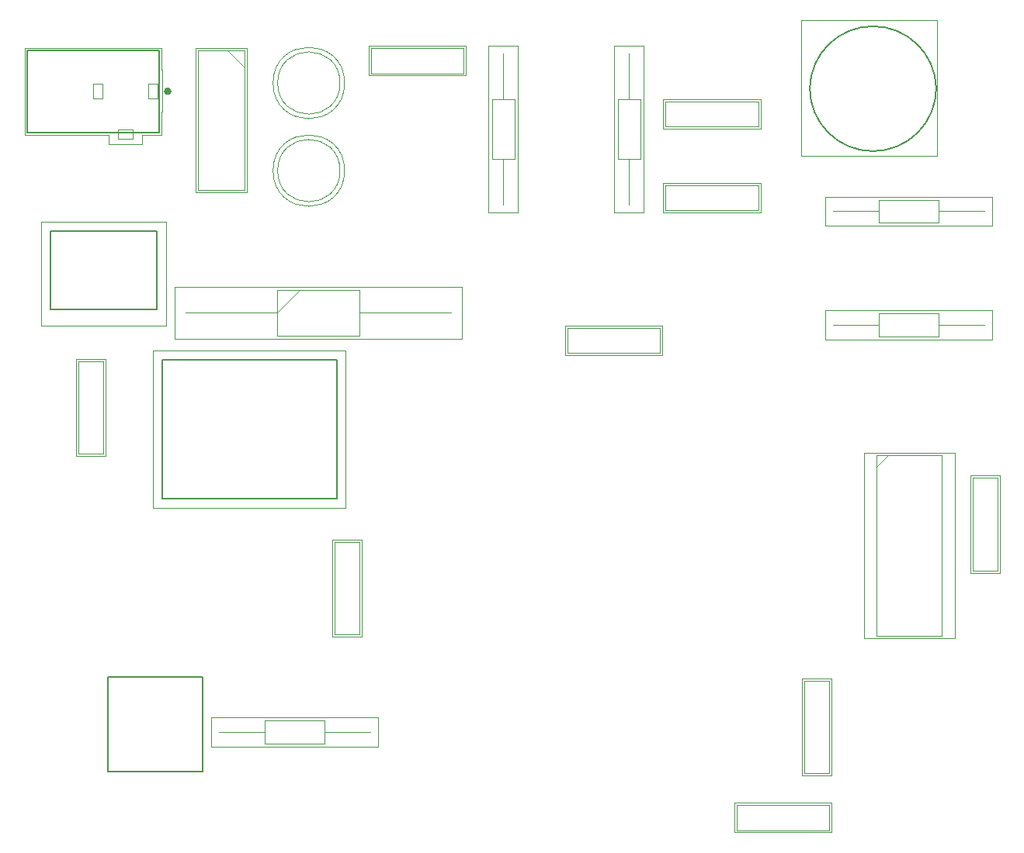
<source format=gbo>
G04*
G04 #@! TF.GenerationSoftware,Altium Limited,Altium Designer,18.0.9 (584)*
G04*
G04 Layer_Color=32896*
%FSLAX44Y44*%
%MOMM*%
G71*
G01*
G75*
%ADD10C,0.2000*%
%ADD11C,0.1000*%
%ADD12C,0.1270*%
%ADD13C,0.4000*%
%ADD16C,0.0001*%
%ADD17C,0.0500*%
D10*
X1112809Y1189800D02*
G03*
X1250709Y1189800I68950J0D01*
G01*
D02*
G03*
X1112809Y1189800I-68950J-1530D01*
G01*
X284970Y948345D02*
X400970D01*
Y1033345D01*
X284970D02*
X400970D01*
X284970Y948345D02*
Y1033345D01*
X347280Y546800D02*
X450280D01*
Y443800D02*
Y546800D01*
X347280Y443800D02*
X450280D01*
X347280D02*
Y546800D01*
X596730Y741430D02*
Y893430D01*
X406730D02*
X596730D01*
X406730Y741430D02*
Y893430D01*
Y741430D02*
X596730D01*
D11*
X600500Y1195260D02*
G03*
X600500Y1195260I-34000J0D01*
G01*
Y1099570D02*
G03*
X600500Y1099570I-34000J0D01*
G01*
X518730Y473910D02*
X583730D01*
X518730D02*
Y498910D01*
X583730D01*
Y473910D02*
Y498910D01*
Y486410D02*
X633730D01*
X468730D02*
X518730D01*
X315310Y891755D02*
X342710D01*
Y790655D02*
Y891755D01*
X315310Y790655D02*
X342710D01*
X315310D02*
Y891755D01*
X1106540Y542645D02*
X1133940D01*
Y441545D02*
Y542645D01*
X1106540Y441545D02*
X1133940D01*
X1106540D02*
Y542645D01*
X848215Y900700D02*
Y928100D01*
X949315D01*
Y900700D02*
Y928100D01*
X848215Y900700D02*
X949315D01*
X594630Y593340D02*
X622030D01*
X594630D02*
Y694440D01*
X622030D01*
Y593340D02*
Y694440D01*
X735160Y1205845D02*
Y1233245D01*
X634060Y1205845D02*
X735160D01*
X634060D02*
Y1233245D01*
X735160D01*
X1056724Y1147685D02*
Y1175085D01*
X955624Y1147685D02*
X1056724D01*
X955624D02*
Y1175085D01*
X1056724D01*
Y1056245D02*
Y1083645D01*
X955624Y1056245D02*
X1056724D01*
X955624D02*
Y1083645D01*
X1056724D01*
X1290164Y764090D02*
X1317564D01*
Y662990D02*
Y764090D01*
X1290164Y662990D02*
X1317564D01*
X1290164D02*
Y764090D01*
X1133940Y379490D02*
Y406890D01*
X1032840Y379490D02*
X1133940D01*
X1032840D02*
Y406890D01*
X1133940D01*
X1185714Y788665D02*
X1256814D01*
Y591765D02*
Y788665D01*
X1185714Y591765D02*
X1256814D01*
X1185714D02*
Y788665D01*
Y775965D02*
X1198414Y788665D01*
X477430Y1231180D02*
X496680Y1211930D01*
X445880Y1231180D02*
X496680D01*
X445880Y1078780D02*
Y1231180D01*
Y1078780D02*
X496680D01*
Y1231180D01*
X531880Y969450D02*
X621880D01*
Y919400D02*
Y969450D01*
X531880Y919400D02*
X621880D01*
X531880D02*
Y969450D01*
Y944430D02*
X556900Y969450D01*
X431880Y944430D02*
X531880D01*
X621880D02*
X721880D01*
X791090Y1112245D02*
Y1177245D01*
X766090Y1112245D02*
X791090D01*
X766090D02*
Y1177245D01*
X791090D01*
X778590D02*
Y1227245D01*
Y1062245D02*
Y1112245D01*
X903250D02*
Y1177245D01*
X928250D01*
Y1112245D02*
Y1177245D01*
X903250Y1112245D02*
X928250D01*
X915750Y1062245D02*
Y1112245D01*
Y1177245D02*
Y1227245D01*
X1188384Y943796D02*
X1253384D01*
Y918796D02*
Y943796D01*
X1188384Y918796D02*
X1253384D01*
X1188384D02*
Y943796D01*
X1138384Y931296D02*
X1188384D01*
X1253384D02*
X1303384D01*
X1188384Y1067689D02*
X1253384D01*
Y1042689D02*
Y1067689D01*
X1188384Y1042689D02*
X1253384D01*
X1188384D02*
Y1067689D01*
X1138384Y1055189D02*
X1188384D01*
X1253384D02*
X1303384D01*
X1103469Y1115850D02*
X1251369D01*
Y1263750D01*
X1103469D02*
X1251369D01*
X1103469Y1115850D02*
Y1263750D01*
X274970Y930345D02*
X410970D01*
Y1043345D01*
X274970D02*
X410970D01*
X274970Y930345D02*
Y1043345D01*
X606730Y731430D02*
Y903430D01*
X396730D02*
X606730D01*
X396730Y731430D02*
Y903430D01*
Y731430D02*
X606730D01*
D12*
X259550Y1141180D02*
Y1231180D01*
X403550Y1141180D02*
Y1231180D01*
X259550D02*
X403550D01*
X259550Y1141180D02*
X403550D01*
X259550D02*
Y1231180D01*
X403550Y1141180D02*
Y1231180D01*
X259550D02*
X403550D01*
X259550Y1141180D02*
X403550D01*
X259550D02*
Y1231180D01*
X403550D01*
X385050Y1141180D02*
X403550D01*
Y1201680D02*
Y1231180D01*
X259550Y1141180D02*
X349050D01*
X403550D02*
Y1171680D01*
D13*
X414550Y1186180D02*
G03*
X414550Y1186180I-2000J0D01*
G01*
D16*
X358550Y1144180D02*
X374550D01*
X358550Y1134180D02*
Y1144180D01*
Y1134180D02*
X374550D01*
Y1144180D01*
X331550Y1178180D02*
Y1194180D01*
Y1178180D02*
X341550D01*
Y1194180D01*
X331550D02*
X341550D01*
X391550Y1178180D02*
Y1194180D01*
Y1178180D02*
X401550D01*
Y1194180D01*
X391550D02*
X401550D01*
D17*
X605500Y1195260D02*
G03*
X605500Y1195260I-39000J0D01*
G01*
Y1099570D02*
G03*
X605500Y1099570I-39000J0D01*
G01*
X460230Y470410D02*
X642230D01*
X460230D02*
Y502410D01*
X642230D01*
Y470410D02*
Y502410D01*
X312810Y894255D02*
X345210D01*
Y788155D02*
Y894255D01*
X312810Y788155D02*
X345210D01*
X312810D02*
Y894255D01*
X1104040Y545145D02*
X1136440D01*
Y439045D02*
Y545145D01*
X1104040Y439045D02*
X1136440D01*
X1104040D02*
Y545145D01*
X845715Y898200D02*
Y930600D01*
X951815D01*
Y898200D02*
Y930600D01*
X845715Y898200D02*
X951815D01*
X592130Y590840D02*
X624530D01*
X592130D02*
Y696940D01*
X624530D01*
Y590840D02*
Y696940D01*
X737660Y1203345D02*
Y1235745D01*
X631560Y1203345D02*
X737660D01*
X631560D02*
Y1235745D01*
X737660D01*
X1059224Y1145185D02*
Y1177585D01*
X953124Y1145185D02*
X1059224D01*
X953124D02*
Y1177585D01*
X1059224D01*
Y1053745D02*
Y1086145D01*
X953124Y1053745D02*
X1059224D01*
X953124D02*
Y1086145D01*
X1059224D01*
X1287664Y766590D02*
X1320064D01*
Y660490D02*
Y766590D01*
X1287664Y660490D02*
X1320064D01*
X1287664D02*
Y766590D01*
X1136440Y376990D02*
Y409390D01*
X1030340Y376990D02*
X1136440D01*
X1030340D02*
Y409390D01*
X1136440D01*
X1171664Y791165D02*
X1270864D01*
Y589265D02*
Y791165D01*
X1171664Y589265D02*
X1270864D01*
X1171664D02*
Y791165D01*
X443380Y1233680D02*
X499180D01*
X443380Y1076280D02*
Y1233680D01*
Y1076280D02*
X499180D01*
Y1233680D01*
X420000Y972950D02*
X733750D01*
Y915900D02*
Y972950D01*
X420000Y915900D02*
X733750D01*
X420000D02*
Y972950D01*
X794590Y1053745D02*
Y1235745D01*
X762590Y1053745D02*
X794590D01*
X762590D02*
Y1235745D01*
X794590D01*
X899750Y1053745D02*
Y1235745D01*
X931750D01*
Y1053745D02*
Y1235745D01*
X899750Y1053745D02*
X931750D01*
X1129884Y947296D02*
X1311884D01*
Y915296D02*
Y947296D01*
X1129884Y915296D02*
X1311884D01*
X1129884D02*
Y947296D01*
Y1071189D02*
X1311884D01*
Y1039189D02*
Y1071189D01*
X1129884Y1039189D02*
X1311884D01*
X1129884D02*
Y1071189D01*
X406050Y1209680D02*
X407050D01*
Y1163680D02*
Y1209680D01*
X406050Y1163680D02*
X407050D01*
X406050Y1138680D02*
Y1163680D01*
Y1209680D02*
Y1233680D01*
X256550D02*
X406050D01*
X256550Y1138680D02*
Y1233680D01*
Y1138680D02*
X348050D01*
Y1128180D02*
Y1138680D01*
Y1128180D02*
X385050D01*
Y1138680D01*
X406050D01*
M02*

</source>
